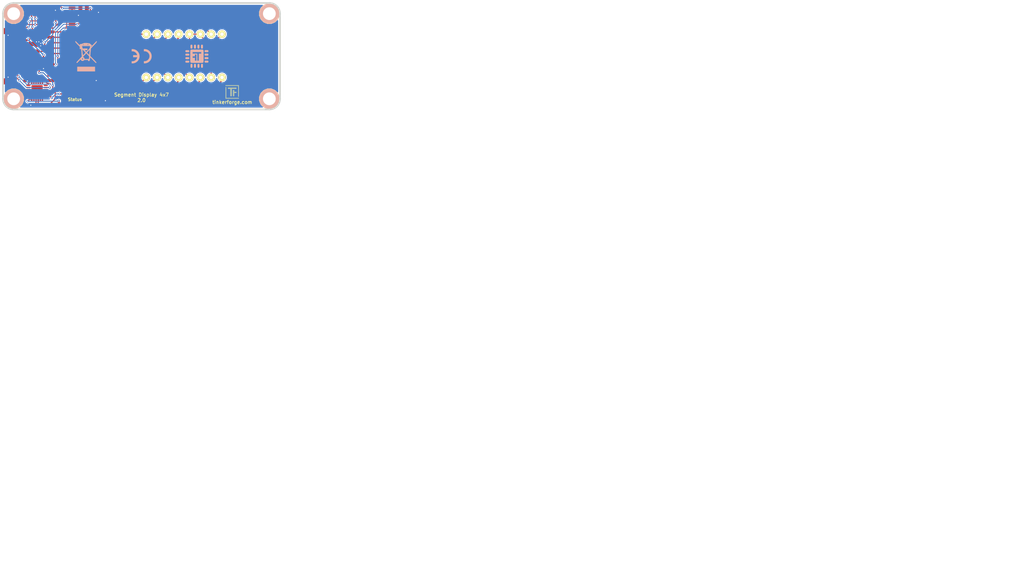
<source format=kicad_pcb>
(kicad_pcb (version 20171130) (host pcbnew 5.0.2-bee76a0~70~ubuntu18.04.1)
  (title_block (title "Segment Display 4x7 Bricklet") (date 2018-07-11) (rev 2.0) (company "Tinkerforge GmbH") (comment 1 "Licensed under CERN OHL v.1.1") (comment 2 "Copyright (©) 2018, L.Lauer <lukas@tinkerforge.com>"))
  (layers (0 Vorderseite signal) (31 Rückseite signal) (34 B.Paste user) (35 F.Paste user) (36 B.SilkS user) (37 F.SilkS user) (38 B.Mask user) (39 F.Mask user) (44 Edge.Cuts user))
  (net 0 "")
  (net 1 +5V)
  (net 2 COM1)
  (net 3 COM2)
  (net 4 COM3)
  (net 5 COM4)
  (net 6 GND)
  (net 7 VCC)
  (net 8 "Net-(P1-Pad4)")
  (net 9 "Net-(P1-Pad5)")
  (net 10 "Net-(P1-Pad6)")
  (net 11 "Net-(U2-Pad6)")
  (net 12 "Net-(U2-Pad7)")
  (net 13 "Net-(U2-Pad8)")
  (net 14 "Net-(U2-Pad9)")
  (net 15 SDA2)
  (net 16 "Net-(C2-Pad1)")
  (net 17 SCL2)
  (net 18 "Net-(C8-Pad1)")
  (net 19 "Net-(D1-Pad2)")
  (net 20 "Net-(P2-Pad1)")
  (net 21 "Net-(P3-Pad2)")
  (net 22 "Net-(R1-Pad1)")
  (net 23 S-MISO)
  (net 24 S-MOSI)
  (net 25 S-CLK)
  (net 26 S-CS)
  (net 27 SDA)
  (net 28 SCL)
  (net 29 COMD1D2)
  (net 30 COMD3)
  (net 31 "Net-(U2-Pad2)")
  (net 32 "Net-(U2-Pad3)")
  (net 33 "Net-(U2-Pad4)")
  (net 34 "Net-(U2-Pad5)")
  (module kicad-libraries:SOP20 (layer Vorderseite) (at 58.9 42.3 90)
    (fp_text reference U2)
    (fp_text value TM1637)
    (pad 1 smd rect (at -5.71246 4.79806 270) (size 0.6985 1.59766) (layers Vorderseite F.Paste F.Mask) (net 6 GND))
    (pad 2 smd rect (at -4.44246 4.79806 270) (size 0.6985 1.59766) (layers Vorderseite F.Paste F.Mask) (net 31 "Net-(U2-Pad2)"))
    (pad 3 smd rect (at -3.17246 4.79806 270) (size 0.6985 1.59766) (layers Vorderseite F.Paste F.Mask) (net 32 "Net-(U2-Pad3)"))
    (pad 4 smd rect (at -1.90246 4.79806 270) (size 0.6985 1.59766) (layers Vorderseite F.Paste F.Mask) (net 33 "Net-(U2-Pad4)"))
    (pad 5 smd rect (at -0.63246 4.79806 270) (size 0.6985 1.59766) (layers Vorderseite F.Paste F.Mask) (net 34 "Net-(U2-Pad5)"))
    (pad 6 smd rect (at 0.63246 4.79806 270) (size 0.6985 1.59766) (layers Vorderseite F.Paste F.Mask) (net 11 "Net-(U2-Pad6)"))
    (pad 7 smd rect (at 1.90246 4.79806 270) (size 0.6985 1.59766) (layers Vorderseite F.Paste F.Mask) (net 12 "Net-(U2-Pad7)"))
    (pad 8 smd rect (at 3.17246 4.79806 270) (size 0.6985 1.59766) (layers Vorderseite F.Paste F.Mask) (net 13 "Net-(U2-Pad8)"))
    (pad 9 smd rect (at 4.44246 4.79806 270) (size 0.6985 1.59766) (layers Vorderseite F.Paste F.Mask) (net 14 "Net-(U2-Pad9)"))
    (pad 10 smd rect (at 5.71246 4.79806 270) (size 0.6985 1.59766) (layers Vorderseite F.Paste F.Mask) (net 30 COMD3))
    (pad 11 smd rect (at 5.71246 -4.79806 90) (size 0.6985 1.59766) (layers Vorderseite F.Paste F.Mask) (net 2 COM1))
    (pad 12 smd rect (at 4.44246 -4.79806 90) (size 0.6985 1.59766) (layers Vorderseite F.Paste F.Mask) (net 3 COM2))
    (pad 13 smd rect (at 3.17246 -4.79806 90) (size 0.6985 1.59766) (layers Vorderseite F.Paste F.Mask) (net 29 COMD1D2))
    (pad 14 smd rect (at 1.90246 -4.79806 90) (size 0.6985 1.59766) (layers Vorderseite F.Paste F.Mask) (net 4 COM3))
    (pad 15 smd rect (at 0.63246 -4.79806 90) (size 0.6985 1.59766) (layers Vorderseite F.Paste F.Mask) (net 5 COM4))
    (pad 16 smd rect (at -0.63246 -4.79806 90) (size 0.6985 1.59766) (layers Vorderseite F.Paste F.Mask) (net 1 +5V))
    (pad 17 smd rect (at -1.90246 -4.79806 90) (size 0.6985 1.59766) (layers Vorderseite F.Paste F.Mask) (net 15 SDA2))
    (pad 18 smd rect (at -3.17246 -4.79806 90) (size 0.6985 1.59766) (layers Vorderseite F.Paste F.Mask) (net 17 SCL2))
    (pad 19 smd rect (at -4.44246 -4.79806 90) (size 0.6985 1.59766) (layers Vorderseite F.Paste F.Mask))
    (pad 20 smd rect (at -5.71246 -4.79806 90) (size 0.6985 1.59766) (layers Vorderseite F.Paste F.Mask))
  )
  (module kicad-libraries:SOIC8 (layer Vorderseite) (at 56.4 32.9 270)
    (fp_text reference U8)
    (fp_text value PCA9306D)
    (pad 1 smd rect (at -1.90246 2.69748 90) (size 0.59944 1.5494) (layers Vorderseite F.Paste F.Mask) (net 6 GND))
    (pad 2 smd rect (at -0.63246 2.69748 90) (size 0.59944 1.5494) (layers Vorderseite F.Paste F.Mask) (net 7 VCC))
    (pad 3 smd rect (at 0.63246 2.69748 90) (size 0.59944 1.5494) (layers Vorderseite F.Paste F.Mask) (net 28 SCL))
    (pad 4 smd rect (at 1.90246 2.69748 90) (size 0.59944 1.5494) (layers Vorderseite F.Paste F.Mask) (net 27 SDA))
    (pad 5 smd rect (at 1.90246 -2.69748 270) (size 0.59944 1.5494) (layers Vorderseite F.Paste F.Mask) (net 15 SDA2))
    (pad 6 smd rect (at 0.63246 -2.69748 270) (size 0.59944 1.5494) (layers Vorderseite F.Paste F.Mask) (net 17 SCL2))
    (pad 7 smd rect (at -0.63246 -2.69748 270) (size 0.59944 1.5494) (layers Vorderseite F.Paste F.Mask) (net 18 "Net-(C8-Pad1)"))
    (pad 8 smd rect (at -1.90246 -2.69748 270) (size 0.59944 1.5494) (layers Vorderseite F.Paste F.Mask) (net 18 "Net-(C8-Pad1)"))
  )
  (module kicad-libraries:QFN24-4x4mm-0.5mm (layer Vorderseite) (at 50.9 50.4)
    (fp_text reference U1)
    (fp_text value XMC1100)
    (pad 1 smd oval (at -2.025 -1.25) (size 1 0.3) (layers Vorderseite F.Paste F.Mask) (net 23 S-MISO))
    (pad 2 smd oval (at -2.025 -0.75) (size 1 0.3) (layers Vorderseite F.Paste F.Mask))
    (pad 3 smd oval (at -2.025 -0.25) (size 1 0.3) (layers Vorderseite F.Paste F.Mask))
    (pad 4 smd oval (at -2.025 0.25) (size 1 0.3) (layers Vorderseite F.Paste F.Mask))
    (pad 5 smd oval (at -2.025 0.75) (size 1 0.3) (layers Vorderseite F.Paste F.Mask))
    (pad 6 smd oval (at -2.025 1.25) (size 1 0.3) (layers Vorderseite F.Paste F.Mask))
    (pad 7 smd oval (at -1.25 2.025 90) (size 1 0.3) (layers Vorderseite F.Paste F.Mask) (net 22 "Net-(R1-Pad1)"))
    (pad 8 smd oval (at -0.75 2.025 90) (size 1 0.3) (layers Vorderseite F.Paste F.Mask))
    (pad 9 smd oval (at -0.25 2.025 90) (size 1 0.3) (layers Vorderseite F.Paste F.Mask) (net 6 GND))
    (pad 10 smd oval (at 0.25 2.025 90) (size 1 0.3) (layers Vorderseite F.Paste F.Mask) (net 7 VCC))
    (pad 11 smd oval (at 0.75 2.025 90) (size 1 0.3) (layers Vorderseite F.Paste F.Mask))
    (pad 12 smd oval (at 1.25 2.025 90) (size 1 0.3) (layers Vorderseite F.Paste F.Mask))
    (pad 13 smd oval (at 2.025 1.25) (size 1 0.3) (layers Vorderseite F.Paste F.Mask) (net 21 "Net-(P3-Pad2)"))
    (pad 14 smd oval (at 2.025 0.75) (size 1 0.3) (layers Vorderseite F.Paste F.Mask))
    (pad 15 smd oval (at 2.025 0.25) (size 1 0.3) (layers Vorderseite F.Paste F.Mask) (net 20 "Net-(P2-Pad1)"))
    (pad 16 smd oval (at 2.025 -0.25) (size 1 0.3) (layers Vorderseite F.Paste F.Mask))
    (pad 17 smd oval (at 2.025 -0.75) (size 1 0.3) (layers Vorderseite F.Paste F.Mask) (net 27 SDA))
    (pad 18 smd oval (at 2.025 -1.25) (size 1 0.3) (layers Vorderseite F.Paste F.Mask))
    (pad 19 smd oval (at 1.25 -2.025 90) (size 1 0.3) (layers Vorderseite F.Paste F.Mask) (net 28 SCL))
    (pad 20 smd oval (at 0.75 -2.025 90) (size 1 0.3) (layers Vorderseite F.Paste F.Mask))
    (pad 21 smd oval (at 0.25 -2.025 90) (size 1 0.3) (layers Vorderseite F.Paste F.Mask))
    (pad 22 smd oval (at -0.25 -2.025 90) (size 1 0.3) (layers Vorderseite F.Paste F.Mask) (net 26 S-CS))
    (pad 23 smd oval (at -0.75 -2.025 90) (size 1 0.3) (layers Vorderseite F.Paste F.Mask) (net 25 S-CLK))
    (pad 24 smd oval (at -1.25 -2.025 90) (size 1 0.3) (layers Vorderseite F.Paste F.Mask) (net 24 S-MOSI))
    (pad EXP smd rect (at 0.65 0.65) (size 1.3 1.3) (layers Vorderseite F.Paste F.Mask) (net 6 GND))
    (pad EXP smd rect (at 0.65 -0.65) (size 1.3 1.3) (layers Vorderseite F.Paste F.Mask) (net 6 GND))
    (pad EXP smd rect (at -0.65 0.65) (size 1.3 1.3) (layers Vorderseite F.Paste F.Mask) (net 6 GND))
    (pad EXP smd rect (at -0.65 -0.65) (size 1.3 1.3) (layers Vorderseite F.Paste F.Mask) (net 6 GND))
  )
  (module kicad-libraries:4X0402 (layer Vorderseite) (at 50 46.4 180)
    (fp_text reference RP1)
    (fp_text value 82)
    (pad 1 smd rect (at -0.7493 0.575) (size 0.29972 0.65) (layers Vorderseite F.Paste F.Mask) (net 8 "Net-(P1-Pad4)"))
    (pad 2 smd rect (at -0.24892 0.575) (size 0.29972 0.65) (layers Vorderseite F.Paste F.Mask) (net 9 "Net-(P1-Pad5)"))
    (pad 3 smd rect (at 0.24892 0.575) (size 0.29972 0.65) (layers Vorderseite F.Paste F.Mask) (net 10 "Net-(P1-Pad6)"))
    (pad 4 smd rect (at 0.7493 0.575) (size 0.29972 0.65) (layers Vorderseite F.Paste F.Mask) (net 16 "Net-(C2-Pad1)"))
    (pad 5 smd rect (at 0.7493 -0.575 180) (size 0.29972 0.65) (layers Vorderseite F.Paste F.Mask) (net 23 S-MISO))
    (pad 6 smd rect (at 0.24892 -0.575 180) (size 0.29972 0.65) (layers Vorderseite F.Paste F.Mask) (net 24 S-MOSI))
    (pad 7 smd rect (at -0.24892 -0.575 180) (size 0.29972 0.65) (layers Vorderseite F.Paste F.Mask) (net 25 S-CLK))
    (pad 8 smd rect (at -0.7493 -0.575 180) (size 0.29972 0.65) (layers Vorderseite F.Paste F.Mask) (net 26 S-CS))
  )
  (module kicad-libraries:R0603F (layer Vorderseite) (at 61.82 31.02)
    (fp_text reference R2)
    (fp_text value 200k)
    (pad 1 smd rect (at -0.75 0) (size 0.9 0.9) (layers Vorderseite F.Paste F.Mask) (net 18 "Net-(C8-Pad1)"))
    (pad 2 smd rect (at 0.75 0) (size 0.9 0.9) (layers Vorderseite F.Paste F.Mask) (net 1 +5V))
  )
  (module kicad-libraries:R0603F (layer Vorderseite) (at 56.81 53.63)
    (fp_text reference R1)
    (fp_text value 1k)
    (pad 1 smd rect (at -0.75 0) (size 0.9 0.9) (layers Vorderseite F.Paste F.Mask) (net 22 "Net-(R1-Pad1)"))
    (pad 2 smd rect (at 0.75 0) (size 0.9 0.9) (layers Vorderseite F.Paste F.Mask) (net 19 "Net-(D1-Pad2)"))
  )
  (module kicad-libraries:SolderJumper (layer Vorderseite) (at 65.92 52.74 180)
    (fp_text reference P3)
    (fp_text value BOOT)
    (pad 2 smd rect (at 0.55 0 180) (size 0.3 1.4) (layers Vorderseite F.Mask) (net 21 "Net-(P3-Pad2)"))
    (pad 2 smd rect (at 0.15 0 180) (size 0.6 0.5) (layers Vorderseite F.Mask) (net 21 "Net-(P3-Pad2)"))
    (pad 1 smd rect (at -0.5 0 180) (size 0.4 1.4) (layers Vorderseite F.Mask) (net 6 GND))
    (pad 1 smd rect (at -0.225 0.55 180) (size 0.95 0.3) (layers Vorderseite F.Mask) (net 6 GND))
    (pad 1 smd rect (at -0.225 -0.55 180) (size 0.95 0.3) (layers Vorderseite F.Mask) (net 6 GND))
  )
  (module kicad-libraries:DEBUG_PAD (layer Vorderseite) (at 54.27 50.95)
    (fp_text reference P2)
    (fp_text value DEBUG)
    (pad 1 smd circle (at 0 0) (size 0.7 0.7) (layers Vorderseite F.Paste F.Mask) (net 20 "Net-(P2-Pad1)"))
  )
  (module kicad-libraries:CON-SENSOR2 (layer Vorderseite) (at 42.9 42.3 270)
    (fp_text reference P1)
    (fp_text value CON-SENSOR2)
    (pad 1 smd rect (at -3.75 -4.6 270) (size 0.6 1.8) (layers Vorderseite F.Paste F.Mask) (net 1 +5V))
    (pad 2 smd rect (at -2.5 -4.6 270) (size 0.6 1.8) (layers Vorderseite F.Paste F.Mask) (net 6 GND))
    (pad EP smd rect (at -5.9 -1.2 270) (size 1.4 2.4) (layers Vorderseite F.Paste F.Mask) (net 6 GND))
    (pad EP smd rect (at 5.9 -1.2 270) (size 1.4 2.4) (layers Vorderseite F.Paste F.Mask) (net 6 GND))
    (pad 3 smd rect (at -1.25 -4.6 270) (size 0.6 1.8) (layers Vorderseite F.Paste F.Mask) (net 7 VCC))
    (pad 4 smd rect (at 0 -4.6 270) (size 0.6 1.8) (layers Vorderseite F.Paste F.Mask) (net 8 "Net-(P1-Pad4)"))
    (pad 5 smd rect (at 1.25 -4.6 270) (size 0.6 1.8) (layers Vorderseite F.Paste F.Mask) (net 9 "Net-(P1-Pad5)"))
    (pad 6 smd rect (at 2.5 -4.6 270) (size 0.6 1.8) (layers Vorderseite F.Paste F.Mask) (net 10 "Net-(P1-Pad6)"))
    (pad 7 smd rect (at 3.75 -4.6 270) (size 0.6 1.8) (layers Vorderseite F.Paste F.Mask) (net 16 "Net-(C2-Pad1)"))
  )
  (module kicad-libraries:D0603F (layer Vorderseite) (at 59.77 53.63 180)
    (fp_text reference D1)
    (fp_text value blue)
    (pad 1 smd rect (at -0.75 0 180) (size 0.9 0.9) (layers Vorderseite F.Paste F.Mask) (net 7 VCC))
    (pad 2 smd rect (at 0.75 0 180) (size 0.9 0.9) (layers Vorderseite F.Paste F.Mask) (net 19 "Net-(D1-Pad2)"))
  )
  (module kicad-libraries:C0603F (layer Vorderseite) (at 52.16 37.03 270)
    (fp_text reference C8)
    (fp_text value 100nF)
    (pad 1 smd rect (at -0.75 0 270) (size 0.9 0.9) (layers Vorderseite F.Paste F.Mask) (net 18 "Net-(C8-Pad1)"))
    (pad 2 smd rect (at 0.75 0 270) (size 0.9 0.9) (layers Vorderseite F.Paste F.Mask) (net 6 GND))
  )
  (module kicad-libraries:C0603F (layer Vorderseite) (at 50.9 53.8 180)
    (fp_text reference C7)
    (fp_text value 100nF)
    (pad 1 smd rect (at -0.75 0 180) (size 0.9 0.9) (layers Vorderseite F.Paste F.Mask) (net 7 VCC))
    (pad 2 smd rect (at 0.75 0 180) (size 0.9 0.9) (layers Vorderseite F.Paste F.Mask) (net 6 GND))
  )
  (module kicad-libraries:C0603F (layer Vorderseite) (at 51.01 40.41 90)
    (fp_text reference C6)
    (fp_text value 1uF)
    (pad 1 smd rect (at -0.75 0 90) (size 0.9 0.9) (layers Vorderseite F.Paste F.Mask) (net 7 VCC))
    (pad 2 smd rect (at 0.75 0 90) (size 0.9 0.9) (layers Vorderseite F.Paste F.Mask) (net 6 GND))
  )
  (module kicad-libraries:C0603F (layer Vorderseite) (at 52.4 43.7 270)
    (fp_text reference C5)
    (fp_text value 100nF)
    (pad 1 smd rect (at -0.75 0 270) (size 0.9 0.9) (layers Vorderseite F.Paste F.Mask) (net 1 +5V))
    (pad 2 smd rect (at 0.75 0 270) (size 0.9 0.9) (layers Vorderseite F.Paste F.Mask) (net 6 GND))
  )
  (module kicad-libraries:C0805 (layer Vorderseite) (at 49.54 40.41 90)
    (fp_text reference C4)
    (fp_text value 10uF)
    (pad 1 smd rect (at -1.00076 0 90) (size 1.00076 1.24968) (layers Vorderseite F.Paste F.Mask) (net 7 VCC) (clearance 0.14986))
    (pad 2 smd rect (at 1.00076 0 90) (size 1.00076 1.24968) (layers Vorderseite F.Paste F.Mask) (net 6 GND) (clearance 0.14986))
  )
  (module kicad-libraries:C0603F (layer Vorderseite) (at 65.3 33.5 270)
    (fp_text reference C3)
    (fp_text value 1nF)
    (pad 1 smd rect (at -0.75 0 270) (size 0.9 0.9) (layers Vorderseite F.Paste F.Mask) (net 6 GND))
    (pad 2 smd rect (at 0.75 0 270) (size 0.9 0.9) (layers Vorderseite F.Paste F.Mask) (net 17 SCL2))
  )
  (module kicad-libraries:C0402F (layer Vorderseite) (at 48 47.6 270)
    (fp_text reference C2)
    (fp_text value 220pF)
    (pad 2 smd rect (at 0.5 0 270) (size 0.6 0.7) (layers Vorderseite F.Paste F.Mask) (net 6 GND))
    (pad 1 smd rect (at -0.5 0 270) (size 0.6 0.7) (layers Vorderseite F.Paste F.Mask) (net 16 "Net-(C2-Pad1)"))
  )
  (module kicad-libraries:C0603F (layer Vorderseite) (at 61.5 33.5 270)
    (fp_text reference C1)
    (fp_text value 1nF)
    (pad 1 smd rect (at -0.75 0 270) (size 0.9 0.9) (layers Vorderseite F.Paste F.Mask) (net 6 GND))
    (pad 2 smd rect (at 0.75 0 270) (size 0.9 0.9) (layers Vorderseite F.Paste F.Mask) (net 15 SDA2))
  )
  (module kicad-libraries:SEGMENT_4X7 (layer Vorderseite) (at 85.4 42.2)
    (fp_text reference U3)
    (fp_text value SEGMENT_4X7)
    (pad 1 thru_hole circle (at -8.89 5.08) (size 1.8 1.8) (drill 0.8) (layers *.Cu *.Mask F.SilkS) (net 2 COM1))
    (pad 2 thru_hole circle (at -6.35 5.08) (size 1.8 1.8) (drill 0.8) (layers *.Cu *.Mask F.SilkS) (net 3 COM2))
    (pad 3 thru_hole circle (at -3.81 5.08) (size 1.8 1.8) (drill 0.8) (layers *.Cu *.Mask F.SilkS) (net 31 "Net-(U2-Pad2)"))
    (pad 4 thru_hole circle (at -1.27 5.08) (size 1.8 1.8) (drill 0.8) (layers *.Cu *.Mask F.SilkS) (net 29 COMD1D2))
    (pad 5 thru_hole circle (at 1.27 5.08) (size 1.8 1.8) (drill 0.8) (layers *.Cu *.Mask F.SilkS) (net 32 "Net-(U2-Pad3)"))
    (pad 6 thru_hole circle (at 3.81 5.08) (size 1.8 1.8) (drill 0.8) (layers *.Cu *.Mask F.SilkS) (net 4 COM3))
    (pad 7 thru_hole circle (at 6.35 5.08) (size 1.8 1.8) (drill 0.8) (layers *.Cu *.Mask F.SilkS) (net 33 "Net-(U2-Pad4)"))
    (pad 8 thru_hole circle (at 8.89 5.08) (size 1.8 1.8) (drill 0.8) (layers *.Cu *.Mask F.SilkS) (net 5 COM4))
    (pad 9 thru_hole circle (at 8.89 -5.08) (size 1.8 1.8) (drill 0.8) (layers *.Cu *.Mask F.SilkS) (net 34 "Net-(U2-Pad5)"))
    (pad 10 thru_hole circle (at 6.35 -5.08) (size 1.8 1.8) (drill 0.8) (layers *.Cu *.Mask F.SilkS) (net 30 COMD3))
    (pad 11 thru_hole circle (at 3.81 -5.08) (size 1.8 1.8) (drill 0.8) (layers *.Cu *.Mask F.SilkS) (net 34 "Net-(U2-Pad5)"))
    (pad 12 thru_hole circle (at 1.27 -5.08) (size 1.8 1.8) (drill 0.8) (layers *.Cu *.Mask F.SilkS) (net 34 "Net-(U2-Pad5)"))
    (pad 13 thru_hole circle (at -1.27 -5.08) (size 1.8 1.8) (drill 0.8) (layers *.Cu *.Mask F.SilkS) (net 11 "Net-(U2-Pad6)"))
    (pad 14 thru_hole circle (at -3.81 -5.08) (size 1.8 1.8) (drill 0.8) (layers *.Cu *.Mask F.SilkS) (net 12 "Net-(U2-Pad7)"))
    (pad 15 thru_hole circle (at -6.35 -5.08) (size 1.8 1.8) (drill 0.9) (layers *.Cu *.Mask F.SilkS) (net 13 "Net-(U2-Pad8)"))
    (pad 16 thru_hole circle (at -8.89 -5.08) (size 1.8 1.8) (drill 0.9) (layers *.Cu *.Mask F.SilkS) (net 14 "Net-(U2-Pad9)"))
  )
  (module kicad-libraries:DRILL_NP (layer Vorderseite) (at 45.4 52.3)
    (fp_text reference U4 hide)
    (fp_text value DRILL hide)
    (pad "" np_thru_hole circle (at 0 0) (size 2.99974 2.99974) (drill 2.99974) (layers *.Cu *.Mask F.SilkS) (clearance 0.89916))
  )
  (module kicad-libraries:DRILL_NP (layer Vorderseite) (at 45.4 32.3)
    (fp_text reference U6 hide)
    (fp_text value DRILL hide)
    (pad "" np_thru_hole circle (at 0 0) (size 2.99974 2.99974) (drill 2.99974) (layers *.Cu *.Mask F.SilkS) (clearance 0.89916))
  )
  (module kicad-libraries:DRILL_NP (layer Vorderseite) (at 105.4 52.3)
    (fp_text reference U5 hide)
    (fp_text value DRILL hide)
    (pad "" np_thru_hole circle (at 0 0) (size 2.99974 2.99974) (drill 2.99974) (layers *.Cu *.Mask F.SilkS) (clearance 0.89916))
  )
  (module kicad-libraries:DRILL_NP (layer Vorderseite) (at 105.4 32.3)
    (fp_text reference U7 hide)
    (fp_text value DRILL hide)
    (pad "" np_thru_hole circle (at 0 0) (size 2.99974 2.99974) (drill 2.99974) (layers *.Cu *.Mask F.SilkS) (clearance 0.89916))
  )
  (module kicad-libraries:Logo_31x31 (layer Vorderseite) (at 95.1 49.1)
    (fp_text reference G*** hide)
    (fp_text value Logo_31x31 hide)
  )
  (module kicad-libraries:WEEE_7mm (layer Rückseite) (at 62.4 42.3 180)
    (fp_text reference VAL hide)
    (fp_text value WEEE_7mm hide)
  )
  (module kicad-libraries:CE_5mm (layer Rückseite) (at 75.4 42.3 180)
    (fp_text reference VAL hide)
    (fp_text value CE_5mm hide)
  )
  (module kicad-libraries:Fiducial_Mark (layer Vorderseite) (at 100.4 50.3)
    (fp_text reference Fiducial_Mark hide)
    (fp_text value VAL** hide)
    (pad 1 smd circle (at 0 0) (size 1.00076 1.00076) (layers Vorderseite F.Paste F.Mask) (clearance 0.65024))
  )
  (module kicad-libraries:Fiducial_Mark (layer Vorderseite) (at 100.4 31.3)
    (fp_text reference Fiducial_Mark hide)
    (fp_text value VAL** hide)
    (pad 1 smd circle (at 0 0) (size 1.00076 1.00076) (layers Vorderseite F.Paste F.Mask) (clearance 0.65024))
  )
  (module kicad-libraries:Fiducial_Mark (layer Vorderseite) (at 69.6 32.9)
    (fp_text reference Fiducial_Mark hide)
    (fp_text value VAL** hide)
    (pad 1 smd circle (at 0 0) (size 1.00076 1.00076) (layers Vorderseite F.Paste F.Mask) (clearance 0.65024))
  )
  (module kicad-libraries:Logo_CoMCU (layer Rückseite) (at 88.4 42.3 180)
    (fp_text reference G*** hide)
    (fp_text value LOGO hide)
  )
  (module kicad-libraries:4X0402 (layer Vorderseite) (at 51.19 31.94 180)
    (fp_text reference RP3)
    (fp_text value 2k2)
    (pad 1 smd rect (at -0.7493 0.575) (size 0.29972 0.65) (layers Vorderseite F.Paste F.Mask) (net 7 VCC))
    (pad 2 smd rect (at -0.24892 0.575) (size 0.29972 0.65) (layers Vorderseite F.Paste F.Mask) (net 7 VCC))
    (pad 3 smd rect (at 0.24892 0.575) (size 0.29972 0.65) (layers Vorderseite F.Paste F.Mask) (net 7 VCC))
    (pad 4 smd rect (at 0.7493 0.575) (size 0.29972 0.65) (layers Vorderseite F.Paste F.Mask) (net 7 VCC))
    (pad 5 smd rect (at 0.7493 -0.575 180) (size 0.29972 0.65) (layers Vorderseite F.Paste F.Mask) (net 27 SDA))
    (pad 6 smd rect (at 0.24892 -0.575 180) (size 0.29972 0.65) (layers Vorderseite F.Paste F.Mask))
    (pad 7 smd rect (at -0.24892 -0.575 180) (size 0.29972 0.65) (layers Vorderseite F.Paste F.Mask))
    (pad 8 smd rect (at -0.7493 -0.575 180) (size 0.29972 0.65) (layers Vorderseite F.Paste F.Mask) (net 28 SCL))
  )
  (module kicad-libraries:4X0402 (layer Vorderseite) (at 63.4 33.5 180)
    (fp_text reference RP2)
    (fp_text value 2k2)
    (pad 1 smd rect (at -0.7493 0.575) (size 0.29972 0.65) (layers Vorderseite F.Paste F.Mask) (net 1 +5V))
    (pad 2 smd rect (at -0.24892 0.575) (size 0.29972 0.65) (layers Vorderseite F.Paste F.Mask) (net 1 +5V))
    (pad 3 smd rect (at 0.24892 0.575) (size 0.29972 0.65) (layers Vorderseite F.Paste F.Mask) (net 1 +5V))
    (pad 4 smd rect (at 0.7493 0.575) (size 0.29972 0.65) (layers Vorderseite F.Paste F.Mask) (net 1 +5V))
    (pad 5 smd rect (at 0.7493 -0.575 180) (size 0.29972 0.65) (layers Vorderseite F.Paste F.Mask) (net 15 SDA2))
    (pad 6 smd rect (at 0.24892 -0.575 180) (size 0.29972 0.65) (layers Vorderseite F.Paste F.Mask))
    (pad 7 smd rect (at -0.24892 -0.575 180) (size 0.29972 0.65) (layers Vorderseite F.Paste F.Mask))
    (pad 8 smd rect (at -0.7493 -0.575 180) (size 0.29972 0.65) (layers Vorderseite F.Paste F.Mask) (net 17 SCL2))
  )
  (gr_text Status (at 59.77 52.44) (layer F.SilkS) (effects (font (size 0.7 0.7))))
  (gr_line (start 107.9 52.3) (end 107.9 32.4) (angle 90) (layer Edge.Cuts) (width 0.381))
  (gr_line (start 105.4 54.8) (end 45.4 54.8) (angle 90) (layer Edge.Cuts) (width 0.381))
  (gr_line (start 105.5 29.8) (end 45.4 29.8) (angle 90) (layer Edge.Cuts) (width 0.381))
  (gr_arc (start 105.4 52.3) (end 107.9 52.3) (angle 90) (layer Edge.Cuts) (width 0.381))
  (gr_arc (start 105.4 32.3) (end 105.5 29.8) (angle 90) (layer Edge.Cuts) (width 0.381))
  (gr_text "Segment Display 4x7\n2.0" (at 75.4 52) (layer F.SilkS) (effects (font (size 0.8 0.8))))
  (gr_text tinkerforge.com (at 96.7 53.1) (layer F.SilkS) (effects (font (size 0.8 0.8))))
  (gr_line (start 42.9 32.3) (end 42.9 52.3) (angle 90) (layer Edge.Cuts) (width 0.381))
  (gr_arc (start 45.4 32.3) (end 42.9 32.3) (angle 90) (layer Edge.Cuts) (width 0.381))
  (gr_arc (start 45.4 52.3) (end 45.4 54.8) (angle 90) (layer Edge.Cuts) (width 0.381))
  (segment (start 47.5 38.55) (end 48.87 38.55) (width 0.25) (layer Vorderseite) (net 1))
  (via (at 63.35 31.02) (size 0.55) (drill 0.25) (layers Vorderseite Rückseite) (net 1))
  (segment (start 56.87 31.02) (end 63.35 31.02) (width 0.25) (layer Rückseite) (net 1))
  (segment (start 56.83 31.06) (end 56.87 31.02) (width 0.25) (layer Rückseite) (net 1))
  (via (at 56.83 31.06) (size 0.55) (drill 0.25) (layers Vorderseite Rückseite) (net 1))
  (segment (start 56.18 30.41) (end 56.83 31.06) (width 0.25) (layer Vorderseite) (net 1))
  (segment (start 50.08 30.41) (end 56.18 30.41) (width 0.25) (layer Vorderseite) (net 1))
  (segment (start 49.61 30.88) (end 50.08 30.41) (width 0.25) (layer Vorderseite) (net 1))
  (segment (start 49.61 33.25) (end 49.61 30.88) (width 0.25) (layer Vorderseite) (net 1))
  (via (at 49.61 33.25) (size 0.55) (drill 0.25) (layers Vorderseite Rückseite) (net 1))
  (segment (start 49.61 33.63) (end 49.61 33.25) (width 0.25) (layer Rückseite) (net 1))
  (segment (start 49.78 33.8) (end 49.61 33.63) (width 0.25) (layer Rückseite) (net 1))
  (segment (start 49.78 35.44) (end 49.78 33.8) (width 0.25) (layer Rückseite) (net 1))
  (via (at 49.78 35.44) (size 0.55) (drill 0.25) (layers Vorderseite Rückseite) (net 1))
  (segment (start 49.78 37.64) (end 49.78 35.44) (width 0.25) (layer Vorderseite) (net 1))
  (segment (start 48.87 38.55) (end 49.78 37.64) (width 0.25) (layer Vorderseite) (net 1))
  (segment (start 63.35 31.02) (end 63.4 31.02) (width 0.25) (layer Vorderseite) (net 1))
  (segment (start 63.4 31.02) (end 62.57 31.02) (width 0.25) (layer Vorderseite) (net 1))
  (segment (start 62.54892 31.04108) (end 62.57 31.02) (width 0.25) (layer Vorderseite) (net 1))
  (segment (start 54.10194 42.93246) (end 52.41754 42.93246) (width 0.3) (layer Vorderseite) (net 1))
  (segment (start 52.41754 42.93246) (end 52.4 42.95) (width 0.3) (layer Vorderseite) (net 1))
  (segment (start 52.4 42.95) (end 52.4 42) (width 0.3) (layer Vorderseite) (net 1))
  (segment (start 48.65 38.55) (end 47.5 38.55) (width 0.3) (layer Vorderseite) (net 1))
  (segment (start 48.8 38.4) (end 48.65 38.55) (width 0.3) (layer Vorderseite) (net 1))
  (via (at 48.8 38.4) (size 0.55) (drill 0.25) (layers Vorderseite Rückseite) (net 1))
  (segment (start 52.4 42) (end 48.8 38.4) (width 0.3) (layer Rückseite) (net 1))
  (via (at 52.4 42) (size 0.55) (drill 0.25) (layers Vorderseite Rückseite) (net 1))
  (segment (start 64.1493 32.925) (end 64.1493 32.4493) (width 0.25) (layer Vorderseite) (net 1))
  (segment (start 62.6507 32.5493) (end 62.6507 32.925) (width 0.25) (layer Vorderseite) (net 1))
  (segment (start 63 32.2) (end 62.6507 32.5493) (width 0.25) (layer Vorderseite) (net 1))
  (segment (start 63.9 32.2) (end 63.4 32.2) (width 0.25) (layer Vorderseite) (net 1))
  (segment (start 63.4 32.2) (end 63 32.2) (width 0.25) (layer Vorderseite) (net 1))
  (segment (start 64.1493 32.4493) (end 63.9 32.2) (width 0.25) (layer Vorderseite) (net 1))
  (segment (start 63.15108 32.925) (end 63.15108 32.35108) (width 0.25) (layer Vorderseite) (net 1))
  (segment (start 63.15108 32.35108) (end 63 32.2) (width 0.25) (layer Vorderseite) (net 1))
  (segment (start 63.64892 32.925) (end 63.64892 32.45108) (width 0.25) (layer Vorderseite) (net 1))
  (segment (start 63.64892 32.45108) (end 63.9 32.2) (width 0.25) (layer Vorderseite) (net 1))
  (segment (start 63.4 32.2) (end 63.4 31.07) (width 0.25) (layer Vorderseite) (net 1))
  (segment (start 63.4 31.07) (end 63.35 31.02) (width 0.25) (layer Vorderseite) (net 1))
  (segment (start 54.10194 36.58754) (end 57.18754 36.58754) (width 0.25) (layer Vorderseite) (net 2))
  (segment (start 74.49 49.3) (end 76.51 47.28) (width 0.25) (layer Vorderseite) (net 2))
  (segment (start 63.2 49.3) (end 74.49 49.3) (width 0.25) (layer Vorderseite) (net 2))
  (segment (start 60.2 46.3) (end 63.2 49.3) (width 0.25) (layer Vorderseite) (net 2))
  (segment (start 60.2 39.6) (end 60.2 46.3) (width 0.25) (layer Vorderseite) (net 2))
  (segment (start 57.18754 36.58754) (end 60.2 39.6) (width 0.25) (layer Vorderseite) (net 2))
  (segment (start 54.10194 37.85754) (end 57.15754 37.85754) (width 0.25) (layer Vorderseite) (net 3))
  (segment (start 76.53 49.8) (end 79.05 47.28) (width 0.25) (layer Vorderseite) (net 3))
  (segment (start 62.8 49.8) (end 76.53 49.8) (width 0.25) (layer Vorderseite) (net 3))
  (segment (start 59.4 46.4) (end 62.8 49.8) (width 0.25) (layer Vorderseite) (net 3))
  (segment (start 59.4 40.1) (end 59.4 46.4) (width 0.25) (layer Vorderseite) (net 3))
  (segment (start 57.15754 37.85754) (end 59.4 40.1) (width 0.25) (layer Vorderseite) (net 3))
  (segment (start 54.10194 40.39754) (end 56.89754 40.39754) (width 0.25) (layer Vorderseite) (net 4))
  (segment (start 89.21 47.99) (end 89.21 47.28) (width 0.25) (layer Vorderseite) (net 4))
  (segment (start 86.4 50.8) (end 89.21 47.99) (width 0.25) (layer Vorderseite) (net 4))
  (segment (start 62.1 50.8) (end 86.4 50.8) (width 0.25) (layer Vorderseite) (net 4))
  (segment (start 58.1 46.8) (end 62.1 50.8) (width 0.25) (layer Vorderseite) (net 4))
  (segment (start 58.1 41.6) (end 58.1 46.8) (width 0.25) (layer Vorderseite) (net 4))
  (segment (start 56.89754 40.39754) (end 58.1 41.6) (width 0.25) (layer Vorderseite) (net 4))
  (segment (start 54.10194 41.66754) (end 56.56754 41.66754) (width 0.25) (layer Vorderseite) (net 5))
  (segment (start 94.29 48.01) (end 94.29 47.28) (width 0.25) (layer Vorderseite) (net 5))
  (segment (start 91 51.3) (end 94.29 48.01) (width 0.25) (layer Vorderseite) (net 5))
  (segment (start 61.6 51.3) (end 91 51.3) (width 0.25) (layer Vorderseite) (net 5))
  (segment (start 57.5 47.2) (end 61.6 51.3) (width 0.25) (layer Vorderseite) (net 5))
  (segment (start 57.5 42.6) (end 57.5 47.2) (width 0.25) (layer Vorderseite) (net 5))
  (segment (start 56.56754 41.66754) (end 57.5 42.6) (width 0.25) (layer Vorderseite) (net 5))
  (segment (start 51.74 39.28) (end 51.74 39.86) (width 0.55) (layer Vorderseite) (net 6))
  (segment (start 51.54 39.66) (end 51.74 39.86) (width 0.55) (layer Vorderseite) (net 6))
  (via (at 51.74 39.86) (size 0.55) (drill 0.25) (layers Vorderseite Rückseite) (net 6))
  (segment (start 51.54 39.66) (end 51.01 39.66) (width 0.55) (layer Vorderseite) (net 6))
  (via (at 51.74 39.28) (size 0.55) (drill 0.25) (layers Vorderseite Rückseite) (net 6))
  (segment (start 51.31 38.91) (end 51.37 38.91) (width 0.55) (layer Vorderseite) (net 6))
  (segment (start 51.74 39.28) (end 51.36 39.66) (width 0.55) (layer Vorderseite) (net 6))
  (via (at 51.31 38.91) (size 0.55) (drill 0.25) (layers Vorderseite Rückseite) (net 6))
  (segment (start 51.3 38.92) (end 51.31 38.91) (width 0.55) (layer Vorderseite) (net 6))
  (segment (start 51.01 39.66) (end 51.01 39.18) (width 0.55) (layer Vorderseite) (net 6))
  (via (at 50.75 38.92) (size 0.55) (drill 0.25) (layers Vorderseite Rückseite) (net 6))
  (segment (start 51.01 39.18) (end 50.75 38.92) (width 0.55) (layer Vorderseite) (net 6))
  (segment (start 50.75 38.92) (end 51.3 38.92) (width 0.55) (layer Vorderseite) (net 6))
  (segment (start 51.37 38.91) (end 51.74 39.28) (width 0.55) (layer Vorderseite) (net 6))
  (segment (start 51.31 38.91) (end 51.01 39.21) (width 0.55) (layer Vorderseite) (net 6))
  (segment (start 51.01 39.66) (end 51.36 39.66) (width 0.55) (layer Vorderseite) (net 6))
  (segment (start 53.70252 30.99754) (end 54.93754 30.99754) (width 0.55) (layer Vorderseite) (net 6))
  (via (at 55.21 31.51) (size 0.55) (drill 0.25) (layers Vorderseite Rückseite) (net 6))
  (segment (start 55.21 31.27) (end 55.21 31.51) (width 0.55) (layer Vorderseite) (net 6))
  (segment (start 54.93754 30.99754) (end 55.21 31.27) (width 0.55) (layer Vorderseite) (net 6))
  (segment (start 66.42 52.74) (end 66.93 52.74) (width 0.25) (layer Vorderseite) (net 6))
  (via (at 66.93 52.74) (size 0.55) (drill 0.25) (layers Vorderseite Rückseite) (net 6))
  (segment (start 66.42 52.74) (end 66.42 53.18) (width 0.25) (layer Vorderseite) (net 6))
  (segment (start 66.42 53.18) (end 66.3 53.3) (width 0.25) (layer Vorderseite) (net 6))
  (segment (start 66.3 53.3) (end 66.1 53.3) (width 0.25) (layer Vorderseite) (net 6))
  (segment (start 66.1 53.3) (end 66.145 53.29) (width 0.25) (layer Vorderseite) (net 6))
  (segment (start 66.145 52.19) (end 66.32 52.19) (width 0.25) (layer Vorderseite) (net 6))
  (segment (start 66.32 52.19) (end 66.43 52.3) (width 0.25) (layer Vorderseite) (net 6))
  (segment (start 66.43 52.3) (end 66.43 52.76) (width 0.25) (layer Vorderseite) (net 6))
  (segment (start 66.43 52.76) (end 66.42 52.74) (width 0.25) (layer Vorderseite) (net 6))
  (segment (start 50.65 52.425) (end 50.65 51.45) (width 0.2) (layer Vorderseite) (net 6))
  (segment (start 50.65 51.45) (end 50.25 51.05) (width 0.2) (layer Vorderseite) (net 6))
  (segment (start 48 48.1) (end 48.62 48.1) (width 0.55) (layer Vorderseite) (net 6))
  (via (at 48.62 48.1) (size 0.55) (drill 0.25) (layers Vorderseite Rückseite) (net 6))
  (segment (start 50.25 49.75) (end 50.25 51.05) (width 0.25) (layer Vorderseite) (net 6))
  (segment (start 50.25 51.05) (end 51.55 51.05) (width 0.25) (layer Vorderseite) (net 6))
  (segment (start 51.55 51.05) (end 51.55 49.75) (width 0.25) (layer Vorderseite) (net 6))
  (segment (start 51.55 49.75) (end 50.25 49.75) (width 0.25) (layer Vorderseite) (net 6))
  (segment (start 63.69806 48.01246) (end 64.77754 48.01246) (width 0.55) (layer Vorderseite) (net 6))
  (segment (start 64.77754 48.01246) (end 64.78 48.01) (width 0.55) (layer Vorderseite) (net 6))
  (via (at 64.78 48.01) (size 0.55) (drill 0.25) (layers Vorderseite Rückseite) (net 6))
  (segment (start 50.15 53.8) (end 49.42 53.8) (width 0.55) (layer Vorderseite) (net 6))
  (via (at 49.42 53.8) (size 0.55) (drill 0.25) (layers Vorderseite Rückseite) (net 6))
  (segment (start 44.1 36.4) (end 44.1 37.38) (width 0.55) (layer Vorderseite) (net 6))
  (via (at 44.1 37.38) (size 0.55) (drill 0.25) (layers Vorderseite Rückseite) (net 6))
  (segment (start 44.1 48.2) (end 44.1 47.22) (width 0.55) (layer Vorderseite) (net 6))
  (via (at 44.1 47.22) (size 0.55) (drill 0.25) (layers Vorderseite Rückseite) (net 6))
  (segment (start 52.16 37.78) (end 52.16 38.51) (width 0.55) (layer Vorderseite) (net 6))
  (via (at 52.16 38.51) (size 0.55) (drill 0.25) (layers Vorderseite Rückseite) (net 6))
  (segment (start 49.54 39.40924) (end 50.24924 39.40924) (width 0.55) (layer Vorderseite) (net 6))
  (segment (start 50.24924 39.40924) (end 50.5 39.66) (width 0.55) (layer Vorderseite) (net 6))
  (segment (start 50.5 39.66) (end 51.01 39.66) (width 0.55) (layer Vorderseite) (net 6))
  (segment (start 47.5 39.8) (end 48.53 39.8) (width 0.55) (layer Vorderseite) (net 6))
  (segment (start 48.53 39.8) (end 48.92076 39.40924) (width 0.55) (layer Vorderseite) (net 6))
  (segment (start 48.92076 39.40924) (end 49.54 39.40924) (width 0.55) (layer Vorderseite) (net 6))
  (segment (start 50.65 52.425) (end 50.65 53.3) (width 0.25) (layer Vorderseite) (net 6))
  (segment (start 50.65 53.3) (end 50.15 53.8) (width 0.25) (layer Vorderseite) (net 6))
  (segment (start 50.15 53.54) (end 50.15 53.8) (width 0.25) (layer Vorderseite) (net 6))
  (segment (start 52.4 44.45) (end 52.4 45.2) (width 0.3) (layer Vorderseite) (net 6))
  (via (at 52.4 45.2) (size 0.55) (drill 0.25) (layers Vorderseite Rückseite) (net 6))
  (segment (start 61.5 32.75) (end 60.65 32.75) (width 0.45) (layer Vorderseite) (net 6))
  (via (at 60.6 32.7) (size 0.55) (drill 0.25) (layers Vorderseite Rückseite) (net 6))
  (segment (start 60.65 32.75) (end 60.6 32.7) (width 0.45) (layer Vorderseite) (net 6))
  (segment (start 65.3 32.75) (end 65.3 32) (width 0.45) (layer Vorderseite) (net 6))
  (via (at 65.3 32) (size 0.55) (drill 0.25) (layers Vorderseite Rückseite) (net 6))
  (segment (start 54.58 35.94) (end 55.29 35.23) (width 0.25) (layer Rückseite) (net 7))
  (segment (start 55.29 35.23) (end 55.29 34.38) (width 0.25) (layer Rückseite) (net 7))
  (segment (start 55.28 34.37) (end 55.28 32.85) (width 0.25) (layer Vorderseite) (net 7))
  (segment (start 55.3 34.37) (end 55.28 34.37) (width 0.25) (layer Vorderseite) (net 7))
  (via (at 55.3 34.37) (size 0.55) (drill 0.25) (layers Vorderseite Rückseite) (net 7))
  (segment (start 55.29 34.38) (end 55.3 34.37) (width 0.25) (layer Rückseite) (net 7))
  (segment (start 55.28 32.85) (end 54.69754 32.26754) (width 0.25) (layer Vorderseite) (net 7))
  (segment (start 54.69754 32.26754) (end 53.70252 32.26754) (width 0.25) (layer Vorderseite) (net 7))
  (segment (start 51.9393 31.365) (end 52.375 31.365) (width 0.25) (layer Vorderseite) (net 7))
  (segment (start 52.89754 32.26754) (end 53.70252 32.26754) (width 0.25) (layer Vorderseite) (net 7))
  (segment (start 52.62 31.99) (end 52.89754 32.26754) (width 0.25) (layer Vorderseite) (net 7))
  (segment (start 52.62 31.61) (end 52.62 31.99) (width 0.25) (layer Vorderseite) (net 7))
  (segment (start 52.375 31.365) (end 52.62 31.61) (width 0.25) (layer Vorderseite) (net 7))
  (segment (start 51.43892 31.365) (end 51.9393 31.365) (width 0.25) (layer Vorderseite) (net 7))
  (segment (start 50.94108 31.365) (end 51.43892 31.365) (width 0.25) (layer Vorderseite) (net 7))
  (segment (start 50.4407 31.365) (end 50.94108 31.365) (width 0.25) (layer Vorderseite) (net 7))
  (segment (start 51.01 41.16) (end 52.13 41.16) (width 0.25) (layer Vorderseite) (net 7))
  (segment (start 52.13 41.16) (end 52.68 40.61) (width 0.25) (layer Vorderseite) (net 7))
  (segment (start 52.68 40.61) (end 52.68 39.12) (width 0.25) (layer Vorderseite) (net 7))
  (via (at 52.68 39.12) (size 0.55) (drill 0.25) (layers Vorderseite Rückseite) (net 7))
  (segment (start 52.68 39.12) (end 54.58 37.22) (width 0.25) (layer Rückseite) (net 7))
  (segment (start 54.58 37.22) (end 54.58 35.94) (width 0.25) (layer Rückseite) (net 7))
  (segment (start 55.28 32.85) (end 54.69754 32.26754) (width 0.25) (layer Vorderseite) (net 7))
  (segment (start 54.69754 32.26754) (end 53.70252 32.26754) (width 0.25) (layer Vorderseite) (net 7))
  (segment (start 54.57 49.17) (end 54.57 50.23) (width 0.25) (layer Vorderseite) (net 7))
  (segment (start 51.01 43.73) (end 51.39 44.11) (width 0.25) (layer Vorderseite) (net 7))
  (segment (start 51.39 44.11) (end 51.39 46.17) (width 0.25) (layer Vorderseite) (net 7))
  (via (at 51.39 46.17) (size 0.55) (drill 0.25) (layers Vorderseite Rückseite) (net 7))
  (segment (start 51.39 46.17) (end 51.41 46.19) (width 0.25) (layer Rückseite) (net 7))
  (segment (start 51.41 46.19) (end 52.36 46.19) (width 0.25) (layer Rückseite) (net 7))
  (segment (start 52.36 46.19) (end 54.57 48.4) (width 0.25) (layer Rückseite) (net 7))
  (segment (start 54.57 48.4) (end 54.57 49.17) (width 0.25) (layer Rückseite) (net 7))
  (via (at 54.57 49.17) (size 0.55) (drill 0.25) (layers Vorderseite Rückseite) (net 7))
  (segment (start 51.01 41.16) (end 51.01 43.73) (width 0.25) (layer Vorderseite) (net 7))
  (segment (start 55.15 50.81) (end 55.15 52.3) (width 0.25) (layer Vorderseite) (net 7))
  (segment (start 54.57 50.23) (end 55.15 50.81) (width 0.25) (layer Vorderseite) (net 7))
  (segment (start 51.65 53.8) (end 53.65 53.8) (width 0.25) (layer Vorderseite) (net 7))
  (segment (start 53.65 53.8) (end 55.15 52.3) (width 0.25) (layer Vorderseite) (net 7))
  (segment (start 55.15 52.3) (end 55.66 51.79) (width 0.25) (layer Vorderseite) (net 7))
  (segment (start 55.66 51.79) (end 56.29 51.79) (width 0.25) (layer Vorderseite) (net 7))
  (segment (start 49.54 41.41076) (end 50.27924 41.41076) (width 0.55) (layer Vorderseite) (net 7))
  (segment (start 50.53 41.16) (end 51.01 41.16) (width 0.55) (layer Vorderseite) (net 7))
  (segment (start 50.27924 41.41076) (end 50.53 41.16) (width 0.55) (layer Vorderseite) (net 7))
  (segment (start 47.5 41.05) (end 48.35 41.05) (width 0.55) (layer Vorderseite) (net 7))
  (segment (start 48.35 41.05) (end 48.71076 41.41076) (width 0.55) (layer Vorderseite) (net 7))
  (segment (start 48.71076 41.41076) (end 49.54 41.41076) (width 0.55) (layer Vorderseite) (net 7))
  (segment (start 51.15 52.425) (end 51.15 53.3) (width 0.25) (layer Vorderseite) (net 7))
  (segment (start 51.15 53.3) (end 51.65 53.8) (width 0.25) (layer Vorderseite) (net 7))
  (segment (start 60.52 53.63) (end 60.52 53.12) (width 0.25) (layer Vorderseite) (net 7))
  (segment (start 57 52.5) (end 56.29 51.79) (width 0.25) (layer Vorderseite) (net 7))
  (segment (start 59.9 52.5) (end 57 52.5) (width 0.25) (layer Vorderseite) (net 7))
  (segment (start 60.52 53.12) (end 59.9 52.5) (width 0.25) (layer Vorderseite) (net 7))
  (segment (start 47.5 42.3) (end 48.53 42.3) (width 0.2) (layer Vorderseite) (net 8))
  (segment (start 50.7493 44.5193) (end 50.7493 45.825) (width 0.2) (layer Vorderseite) (net 8))
  (segment (start 48.53 42.3) (end 50.7493 44.5193) (width 0.2) (layer Vorderseite) (net 8))
  (segment (start 47.5 43.55) (end 48.71 43.55) (width 0.2) (layer Vorderseite) (net 9))
  (segment (start 50.24892 45.08892) (end 50.24892 45.825) (width 0.2) (layer Vorderseite) (net 9))
  (segment (start 48.71 43.55) (end 50.24892 45.08892) (width 0.2) (layer Vorderseite) (net 9))
  (segment (start 47.5 44.8) (end 49.19 44.8) (width 0.2) (layer Vorderseite) (net 10))
  (segment (start 49.75108 45.36108) (end 49.75108 45.825) (width 0.2) (layer Vorderseite) (net 10))
  (segment (start 49.19 44.8) (end 49.75108 45.36108) (width 0.2) (layer Vorderseite) (net 10))
  (segment (start 63.69806 41.66754) (end 80.43246 41.66754) (width 0.25) (layer Vorderseite) (net 11))
  (segment (start 84.13 37.97) (end 84.13 37.12) (width 0.25) (layer Vorderseite) (net 11))
  (segment (start 80.43246 41.66754) (end 84.13 37.97) (width 0.25) (layer Vorderseite) (net 11))
  (segment (start 63.69806 40.39754) (end 78.80246 40.39754) (width 0.25) (layer Vorderseite) (net 12))
  (segment (start 81.59 37.61) (end 81.59 37.12) (width 0.25) (layer Vorderseite) (net 12))
  (segment (start 78.80246 40.39754) (end 81.59 37.61) (width 0.25) (layer Vorderseite) (net 12))
  (segment (start 63.69806 39.12754) (end 77.17246 39.12754) (width 0.25) (layer Vorderseite) (net 13))
  (segment (start 79.05 37.25) (end 79.05 37.12) (width 0.25) (layer Vorderseite) (net 13))
  (segment (start 77.17246 39.12754) (end 79.05 37.25) (width 0.25) (layer Vorderseite) (net 13))
  (segment (start 63.69806 37.85754) (end 73.24246 37.85754) (width 0.25) (layer Vorderseite) (net 14))
  (segment (start 73.98 37.12) (end 76.51 37.12) (width 0.25) (layer Vorderseite) (net 14))
  (segment (start 73.24246 37.85754) (end 73.98 37.12) (width 0.25) (layer Vorderseite) (net 14))
  (segment (start 54.10194 44.20246) (end 55.21754 44.20246) (width 0.2) (layer Vorderseite) (net 15))
  (segment (start 60.30246 34.80246) (end 59.09748 34.80246) (width 0.2) (layer Vorderseite) (net 15))
  (segment (start 60.31 34.81) (end 60.30246 34.80246) (width 0.2) (layer Vorderseite) (net 15))
  (via (at 60.31 34.81) (size 0.55) (drill 0.25) (layers Vorderseite Rückseite) (net 15))
  (segment (start 57.11 34.81) (end 60.31 34.81) (width 0.2) (layer Rückseite) (net 15))
  (segment (start 55.22 36.7) (end 57.11 34.81) (width 0.2) (layer Rückseite) (net 15))
  (segment (start 55.22 39.61) (end 55.22 36.7) (width 0.2) (layer Rückseite) (net 15))
  (segment (start 55.22 42.16) (end 55.22 39.61) (width 0.2) (layer Rückseite) (net 15))
  (segment (start 55.22 44.2) (end 55.22 42.16) (width 0.2) (layer Rückseite) (net 15))
  (via (at 55.22 44.2) (size 0.55) (drill 0.25) (layers Vorderseite Rückseite) (net 15))
  (segment (start 55.21754 44.20246) (end 55.22 44.2) (width 0.2) (layer Vorderseite) (net 15))
  (segment (start 60.31 34.81) (end 60.49 34.81) (width 0.2) (layer Vorderseite) (net 15))
  (segment (start 61.05 34.25) (end 61.5 34.25) (width 0.2) (layer Vorderseite) (net 15))
  (segment (start 60.49 34.81) (end 61.05 34.25) (width 0.2) (layer Vorderseite) (net 15))
  (segment (start 62.6507 34.075) (end 62.6507 34.4493) (width 0.2) (layer Vorderseite) (net 15))
  (segment (start 61.85 34.6) (end 61.5 34.25) (width 0.2) (layer Vorderseite) (net 15))
  (segment (start 62.5 34.6) (end 61.85 34.6) (width 0.2) (layer Vorderseite) (net 15))
  (segment (start 62.6507 34.4493) (end 62.5 34.6) (width 0.2) (layer Vorderseite) (net 15))
  (segment (start 48 47.1) (end 48.44 47.1) (width 0.2) (layer Vorderseite) (net 16))
  (segment (start 48.955 45.825) (end 49.2507 45.825) (width 0.2) (layer Vorderseite) (net 16))
  (segment (start 48.75 46.03) (end 48.955 45.825) (width 0.2) (layer Vorderseite) (net 16))
  (segment (start 48.75 46.79) (end 48.75 46.03) (width 0.2) (layer Vorderseite) (net 16))
  (segment (start 48.44 47.1) (end 48.75 46.79) (width 0.2) (layer Vorderseite) (net 16))
  (segment (start 48 47.1) (end 48 46.4) (width 0.2) (layer Vorderseite) (net 16))
  (segment (start 48 46.4) (end 47.65 46.05) (width 0.2) (layer Vorderseite) (net 16))
  (segment (start 47.65 46.05) (end 47.5 46.05) (width 0.2) (layer Vorderseite) (net 16))
  (segment (start 54.10194 45.47246) (end 55.39754 45.47246) (width 0.2) (layer Vorderseite) (net 17))
  (segment (start 58.29754 33.53246) (end 59.09748 33.53246) (width 0.2) (layer Vorderseite) (net 17))
  (segment (start 57.85 33.98) (end 58.29754 33.53246) (width 0.2) (layer Vorderseite) (net 17))
  (segment (start 57.85 35.26) (end 57.85 33.98) (width 0.2) (layer Vorderseite) (net 17))
  (segment (start 57.42 35.69) (end 57.85 35.26) (width 0.2) (layer Vorderseite) (net 17))
  (via (at 57.42 35.69) (size 0.55) (drill 0.25) (layers Vorderseite Rückseite) (net 17))
  (segment (start 56.98 35.69) (end 57.42 35.69) (width 0.2) (layer Rückseite) (net 17))
  (segment (start 55.75 36.92) (end 56.98 35.69) (width 0.2) (layer Rückseite) (net 17))
  (segment (start 55.75 42.31) (end 55.75 36.92) (width 0.2) (layer Rückseite) (net 17))
  (via (at 55.75 42.31) (size 0.55) (drill 0.25) (layers Vorderseite Rückseite) (net 17))
  (segment (start 55.8 45.07) (end 55.8 43.87) (width 0.2) (layer Vorderseite) (net 17))
  (segment (start 55.39754 45.47246) (end 55.8 45.07) (width 0.2) (layer Vorderseite) (net 17))
  (segment (start 55.75 42.31) (end 55.75 43.82) (width 0.2) (layer Vorderseite) (net 17))
  (segment (start 55.75 43.82) (end 55.8 43.87) (width 0.2) (layer Vorderseite) (net 17))
  (segment (start 65.3 34.25) (end 65.3 34.5) (width 0.2) (layer Vorderseite) (net 17))
  (segment (start 64.11 35.69) (end 57.42 35.69) (width 0.2) (layer Vorderseite) (net 17))
  (segment (start 65.3 34.5) (end 64.11 35.69) (width 0.2) (layer Vorderseite) (net 17))
  (segment (start 64.1493 34.075) (end 64.1493 34.3493) (width 0.2) (layer Vorderseite) (net 17))
  (segment (start 65.05 34.5) (end 65.3 34.25) (width 0.2) (layer Vorderseite) (net 17))
  (segment (start 64.3 34.5) (end 65.05 34.5) (width 0.2) (layer Vorderseite) (net 17))
  (segment (start 64.1493 34.3493) (end 64.3 34.5) (width 0.2) (layer Vorderseite) (net 17))
  (segment (start 59.09748 30.99754) (end 59.09748 32.26754) (width 0.25) (layer Vorderseite) (net 18))
  (segment (start 52.16 36.28) (end 52.55 36.28) (width 0.25) (layer Vorderseite) (net 18))
  (segment (start 52.55 36.28) (end 53.15 35.68) (width 0.25) (layer Vorderseite) (net 18))
  (segment (start 58.20246 32.26754) (end 59.09748 32.26754) (width 0.25) (layer Vorderseite) (net 18))
  (segment (start 54.79 35.68) (end 58.20246 32.26754) (width 0.25) (layer Vorderseite) (net 18))
  (segment (start 53.15 35.68) (end 54.79 35.68) (width 0.25) (layer Vorderseite) (net 18))
  (segment (start 59.09748 30.99754) (end 61.04754 30.99754) (width 0.25) (layer Vorderseite) (net 18))
  (segment (start 61.04754 30.99754) (end 61.07 31.02) (width 0.25) (layer Vorderseite) (net 18))
  (segment (start 59.02 53.63) (end 57.56 53.63) (width 0.25) (layer Vorderseite) (net 19))
  (segment (start 52.925 50.65) (end 53.97 50.65) (width 0.25) (layer Vorderseite) (net 20))
  (segment (start 53.97 50.65) (end 54.27 50.95) (width 0.25) (layer Vorderseite) (net 20))
  (segment (start 65.37 52.74) (end 65.77 52.74) (width 0.25) (layer Vorderseite) (net 21))
  (segment (start 52.925 51.65) (end 53.92 51.65) (width 0.25) (layer Vorderseite) (net 21))
  (segment (start 62.14 52.74) (end 65.37 52.74) (width 0.25) (layer Vorderseite) (net 21))
  (via (at 56.15 51.15) (size 0.55) (drill 0.25) (layers Vorderseite Rückseite) (net 21))
  (segment (start 55.3 51.15) (end 56.15 51.15) (width 0.25) (layer Rückseite) (net 21))
  (segment (start 54.36 52.09) (end 55.3 51.15) (width 0.25) (layer Rückseite) (net 21))
  (via (at 54.36 52.09) (size 0.55) (drill 0.25) (layers Vorderseite Rückseite) (net 21))
  (segment (start 53.92 51.65) (end 54.36 52.09) (width 0.25) (layer Vorderseite) (net 21))
  (segment (start 56.15 51.15) (end 56.65 51.15) (width 0.25) (layer Vorderseite) (net 21))
  (segment (start 61.3 51.9) (end 62.14 52.74) (width 0.25) (layer Vorderseite) (net 21))
  (segment (start 57.4 51.9) (end 61.3 51.9) (width 0.25) (layer Vorderseite) (net 21))
  (segment (start 56.65 51.15) (end 57.4 51.9) (width 0.25) (layer Vorderseite) (net 21))
  (segment (start 48.68 52.86) (end 55.94 52.86) (width 0.25) (layer Rückseite) (net 22))
  (segment (start 56.06 52.86) (end 56.06 53.63) (width 0.25) (layer Vorderseite) (net 22))
  (segment (start 56 52.8) (end 56.06 52.86) (width 0.25) (layer Vorderseite) (net 22))
  (via (at 56 52.8) (size 0.55) (drill 0.25) (layers Vorderseite Rückseite) (net 22))
  (segment (start 55.94 52.86) (end 56 52.8) (width 0.25) (layer Rückseite) (net 22))
  (segment (start 49.115 52.425) (end 49.65 52.425) (width 0.25) (layer Vorderseite) (net 22))
  (segment (start 48.68 52.86) (end 49.115 52.425) (width 0.25) (layer Vorderseite) (net 22))
  (via (at 48.68 52.86) (size 0.55) (drill 0.25) (layers Vorderseite Rückseite) (net 22))
  (segment (start 49.2507 46.975) (end 49.2507 47.5393) (width 0.2) (layer Vorderseite) (net 23))
  (segment (start 48.875 48.695) (end 48.875 49.15) (width 0.2) (layer Vorderseite) (net 23))
  (segment (start 49.16 48.41) (end 48.875 48.695) (width 0.2) (layer Vorderseite) (net 23))
  (segment (start 49.16 47.63) (end 49.16 48.41) (width 0.2) (layer Vorderseite) (net 23))
  (segment (start 49.2507 47.5393) (end 49.16 47.63) (width 0.2) (layer Vorderseite) (net 23))
  (segment (start 49.75108 46.975) (end 49.75108 47.52892) (width 0.2) (layer Vorderseite) (net 24))
  (segment (start 49.65 47.63) (end 49.65 48.375) (width 0.2) (layer Vorderseite) (net 24))
  (segment (start 49.75108 47.52892) (end 49.65 47.63) (width 0.2) (layer Vorderseite) (net 24))
  (segment (start 50.24892 46.975) (end 50.24892 47.57108) (width 0.2) (layer Vorderseite) (net 25))
  (segment (start 50.15 47.67) (end 50.15 48.375) (width 0.2) (layer Vorderseite) (net 25))
  (segment (start 50.24892 47.57108) (end 50.15 47.67) (width 0.2) (layer Vorderseite) (net 25))
  (segment (start 50.7493 46.975) (end 50.7493 47.5207) (width 0.2) (layer Vorderseite) (net 26))
  (segment (start 50.65 47.62) (end 50.65 48.375) (width 0.2) (layer Vorderseite) (net 26))
  (segment (start 50.7493 47.5207) (end 50.65 47.62) (width 0.2) (layer Vorderseite) (net 26))
  (segment (start 50.4407 32.515) (end 50.4407 33.4093) (width 0.2) (layer Vorderseite) (net 27))
  (via (at 50.45 34.86) (size 0.55) (drill 0.25) (layers Vorderseite Rückseite) (net 27))
  (segment (start 50.45 33.42) (end 50.45 34.86) (width 0.2) (layer Rückseite) (net 27))
  (segment (start 50.44 33.41) (end 50.45 33.42) (width 0.2) (layer Rückseite) (net 27))
  (via (at 50.44 33.41) (size 0.55) (drill 0.25) (layers Vorderseite Rückseite) (net 27))
  (segment (start 50.4407 33.4093) (end 50.44 33.41) (width 0.2) (layer Vorderseite) (net 27))
  (segment (start 50.45 34.86) (end 50.45 34.86246) (width 0.2) (layer Vorderseite) (net 27))
  (segment (start 50.45 34.86246) (end 50.45 34.86) (width 0.2) (layer Vorderseite) (net 27))
  (segment (start 50.45 34.86) (end 50.45 34.86246) (width 0.2) (layer Vorderseite) (net 27))
  (segment (start 53.64252 34.86246) (end 50.71252 34.86246) (width 0.2) (layer Vorderseite) (net 27))
  (via (at 53.87 49.65) (size 0.55) (drill 0.25) (layers Vorderseite Rückseite) (net 27))
  (segment (start 53.87 49.65) (end 49.08 49.65) (width 0.2) (layer Rückseite) (net 27))
  (segment (start 45.32 46.01) (end 45.32 37.83) (width 0.2) (layer Vorderseite) (net 27))
  (segment (start 45.32 37.83) (end 48.28754 34.86246) (width 0.2) (layer Vorderseite) (net 27))
  (segment (start 48.28754 34.86246) (end 50.45 34.86246) (width 0.2) (layer Vorderseite) (net 27))
  (segment (start 50.45 34.86246) (end 50.71252 34.86246) (width 0.2) (layer Vorderseite) (net 27))
  (segment (start 53.87 49.65) (end 52.925 49.65) (width 0.2) (layer Vorderseite) (net 27))
  (segment (start 48.4 49.65) (end 46.68 47.93) (width 0.2) (layer Rückseite) (net 27))
  (via (at 46.68 47.93) (size 0.55) (drill 0.25) (layers Vorderseite Rückseite) (net 27))
  (segment (start 46.68 47.93) (end 45.32 46.57) (width 0.2) (layer Vorderseite) (net 27))
  (segment (start 45.32 46.57) (end 45.32 46.01) (width 0.2) (layer Vorderseite) (net 27))
  (segment (start 49.08 49.65) (end 48.4 49.65) (width 0.2) (layer Rückseite) (net 27))
  (segment (start 53.64252 34.86246) (end 53.70252 34.80246) (width 0.2) (layer Vorderseite) (net 27))
  (segment (start 52.57 33.53246) (end 52.54246 33.53246) (width 0.2) (layer Vorderseite) (net 28))
  (segment (start 51.9393 32.9293) (end 51.9393 32.515) (width 0.2) (layer Vorderseite) (net 28))
  (segment (start 52.54246 33.53246) (end 51.9393 32.9293) (width 0.2) (layer Vorderseite) (net 28))
  (segment (start 53.70252 33.53246) (end 52.57 33.53246) (width 0.2) (layer Vorderseite) (net 28))
  (segment (start 52.57 33.53246) (end 52.53754 33.53246) (width 0.2) (layer Vorderseite) (net 28))
  (segment (start 49.34 33.99) (end 49.17 34.16) (width 0.2) (layer Vorderseite) (net 28))
  (segment (start 52.08 33.99) (end 49.34 33.99) (width 0.2) (layer Vorderseite) (net 28))
  (segment (start 52.53754 33.53246) (end 52.08 33.99) (width 0.2) (layer Vorderseite) (net 28))
  (segment (start 52.955 48.375) (end 53.27 48.69) (width 0.2) (layer Vorderseite) (net 28))
  (segment (start 52.955 48.375) (end 52.15 48.375) (width 0.2) (layer Vorderseite) (net 28))
  (via (at 49.17 34.16) (size 0.55) (drill 0.25) (layers Vorderseite Rückseite) (net 28))
  (segment (start 49.17 35.13) (end 49.17 34.16) (width 0.2) (layer Rückseite) (net 28))
  (segment (start 48.84 35.46) (end 49.17 35.13) (width 0.2) (layer Rückseite) (net 28))
  (via (at 48.84 35.46) (size 0.55) (drill 0.25) (layers Vorderseite Rückseite) (net 28))
  (segment (start 48.54 35.46) (end 48.84 35.46) (width 0.2) (layer Vorderseite) (net 28))
  (segment (start 45.83 38.17) (end 48.54 35.46) (width 0.2) (layer Vorderseite) (net 28))
  (segment (start 45.83 46.31) (end 45.83 38.17) (width 0.2) (layer Vorderseite) (net 28))
  (segment (start 46.62 47.1) (end 45.83 46.31) (width 0.2) (layer Vorderseite) (net 28))
  (via (at 46.62 47.1) (size 0.55) (drill 0.25) (layers Vorderseite Rückseite) (net 28))
  (segment (start 46.62 47.09) (end 46.62 47.1) (width 0.2) (layer Rückseite) (net 28))
  (segment (start 48.39 48.86) (end 46.62 47.09) (width 0.2) (layer Rückseite) (net 28))
  (segment (start 53.86 48.86) (end 48.39 48.86) (width 0.2) (layer Rückseite) (net 28))
  (segment (start 53.87 48.87) (end 53.86 48.86) (width 0.2) (layer Rückseite) (net 28))
  (via (at 53.87 48.87) (size 0.55) (drill 0.25) (layers Vorderseite Rückseite) (net 28))
  (segment (start 53.69 48.69) (end 53.87 48.87) (width 0.2) (layer Vorderseite) (net 28))
  (segment (start 53.27 48.69) (end 53.69 48.69) (width 0.2) (layer Vorderseite) (net 28))
  (segment (start 53.64252 33.59246) (end 53.70252 33.53246) (width 0.2) (layer Vorderseite) (net 28))
  (segment (start 54.10194 39.12754) (end 57.02754 39.12754) (width 0.25) (layer Vorderseite) (net 29))
  (segment (start 84.13 48.07) (end 84.13 47.28) (width 0.25) (layer Vorderseite) (net 29))
  (segment (start 81.9 50.3) (end 84.13 48.07) (width 0.25) (layer Vorderseite) (net 29))
  (segment (start 62.3 50.3) (end 81.9 50.3) (width 0.25) (layer Vorderseite) (net 29))
  (segment (start 58.7 46.7) (end 62.3 50.3) (width 0.25) (layer Vorderseite) (net 29))
  (segment (start 58.7 40.8) (end 58.7 46.7) (width 0.25) (layer Vorderseite) (net 29))
  (segment (start 57.02754 39.12754) (end 58.7 40.8) (width 0.25) (layer Vorderseite) (net 29))
  (segment (start 63.69806 36.58754) (end 72.71246 36.58754) (width 0.25) (layer Vorderseite) (net 30))
  (segment (start 89.63 35) (end 91.75 37.12) (width 0.25) (layer Vorderseite) (net 30))
  (segment (start 74.3 35) (end 89.63 35) (width 0.25) (layer Vorderseite) (net 30))
  (segment (start 72.71246 36.58754) (end 74.3 35) (width 0.25) (layer Vorderseite) (net 30))
  (segment (start 63.69806 46.74246) (end 71.85754 46.74246) (width 0.2) (layer Vorderseite) (net 31))
  (segment (start 80.01 45.7) (end 81.59 47.28) (width 0.2) (layer Vorderseite) (net 31))
  (segment (start 72.9 45.7) (end 80.01 45.7) (width 0.2) (layer Vorderseite) (net 31))
  (segment (start 71.85754 46.74246) (end 72.9 45.7) (width 0.2) (layer Vorderseite) (net 31))
  (segment (start 63.69806 45.47246) (end 67.32754 45.47246) (width 0.2) (layer Vorderseite) (net 32))
  (segment (start 84.49 45.1) (end 86.67 47.28) (width 0.2) (layer Vorderseite) (net 32))
  (segment (start 67.7 45.1) (end 84.49 45.1) (width 0.2) (layer Vorderseite) (net 32))
  (segment (start 67.32754 45.47246) (end 67.7 45.1) (width 0.2) (layer Vorderseite) (net 32))
  (segment (start 91.75 47.28) (end 91.75 45.95) (width 0.2) (layer Vorderseite) (net 33))
  (segment (start 90.00246 44.20246) (end 63.69806 44.20246) (width 0.2) (layer Vorderseite) (net 33))
  (segment (start 91.75 45.95) (end 90.00246 44.20246) (width 0.2) (layer Vorderseite) (net 33))
  (segment (start 86.67 37.12) (end 89.21 37.12) (width 0.2) (layer Vorderseite) (net 34))
  (segment (start 63.69806 42.93246) (end 82.16754 42.93246) (width 0.2) (layer Vorderseite) (net 34))
  (segment (start 86.67 38.43) (end 86.67 37.12) (width 0.2) (layer Vorderseite) (net 34))
  (segment (start 82.16754 42.93246) (end 86.67 38.43) (width 0.2) (layer Vorderseite) (net 34))
  (segment (start 89.21 37.12) (end 89.21 37.41) (width 0.2) (layer Vorderseite) (net 34))
  (segment (start 92.81 38.6) (end 94.29 37.12) (width 0.2) (layer Vorderseite) (net 34))
  (segment (start 90.4 38.6) (end 92.81 38.6) (width 0.2) (layer Vorderseite) (net 34))
  (segment (start 89.21 37.41) (end 90.4 38.6) (width 0.2) (layer Vorderseite) (net 34))
  (zone (net 6) (net_name GND) (layer Rückseite) (connect_pads (clearance 0.24892)) (min_thickness 0.24892) (fill yes (arc_segments 16) (thermal_gap 0.29972) (thermal_bridge_width 0.29972))
    (polygon (pts (xy 42.9 54.8) (xy 42.9 29.8) (xy 107.9 29.8) (xy 107.9 54.8)))
  )
)
</source>
